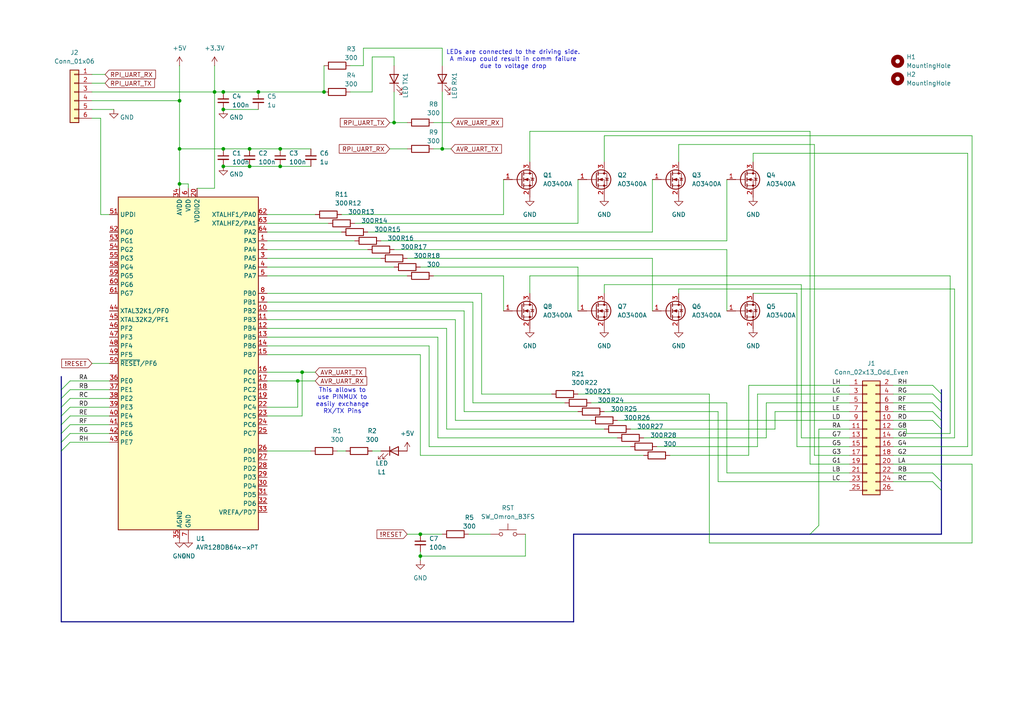
<source format=kicad_sch>
(kicad_sch (version 20231120) (generator "eeschema") (generator_version "8.0")
  (paper "A4")
  (lib_symbols
    (symbol "Connector_Generic:Conn_01x06" (pin_names (offset 1.016) hide)
      (property "Reference" "J" (at 0 7.62 0))
      (property "Value" "Conn_01x06" (at 0 -10.16 0))
      (symbol "Conn_01x06_1_1"
        (rectangle (start -1.27 -7.493) (end 0 -7.747) (stroke (width 0.1524)))
        (rectangle (start -1.27 -4.953) (end 0 -5.207) (stroke (width 0.1524)))
        (rectangle (start -1.27 -2.413) (end 0 -2.667) (stroke (width 0.1524)))
        (rectangle (start -1.27 0.127) (end 0 -0.127) (stroke (width 0.1524)))
        (rectangle (start -1.27 2.667) (end 0 2.413) (stroke (width 0.1524)))
        (rectangle (start -1.27 5.207) (end 0 4.953) (stroke (width 0.1524)))
        (rectangle (start -1.27 6.35) (end 1.27 -8.89) (stroke (width 0.254)) (fill (type background)))
        (pin passive line (at -5.08 5.08 0) (length 3.81) (name "Pin_1") (number "1"))
        (pin passive line (at -5.08 2.54 0) (length 3.81) (name "Pin_2") (number "2"))
        (pin passive line (at -5.08 0 0) (length 3.81) (name "Pin_3") (number "3"))
        (pin passive line (at -5.08 -2.54 0) (length 3.81) (name "Pin_4") (number "4"))
        (pin passive line (at -5.08 -5.08 0) (length 3.81) (name "Pin_5") (number "5"))
        (pin passive line (at -5.08 -7.62 0) (length 3.81) (name "Pin_6") (number "6"))
      )
    )
    (symbol "Connector_Generic:Conn_02x13_Odd_Even" (pin_names (offset 1.016) hide)
      (property "Reference" "J" (at 1.27 17.78 0))
      (property "Value" "Conn_02x13_Odd_Even" (at 1.27 -17.78 0))
      (symbol "Conn_02x13_Odd_Even_1_1"
        (rectangle (start -1.27 -15.113) (end 0 -15.367) (stroke (width 0.1524)))
        (rectangle (start -1.27 -12.573) (end 0 -12.827) (stroke (width 0.1524)))
        (rectangle (start -1.27 -10.033) (end 0 -10.287) (stroke (width 0.1524)))
        (rectangle (start -1.27 -7.493) (end 0 -7.747) (stroke (width 0.1524)))
        (rectangle (start -1.27 -4.953) (end 0 -5.207) (stroke (width 0.1524)))
        (rectangle (start -1.27 -2.413) (end 0 -2.667) (stroke (width 0.1524)))
        (rectangle (start -1.27 0.127) (end 0 -0.127) (stroke (width 0.1524)))
        (rectangle (start -1.27 2.667) (end 0 2.413) (stroke (width 0.1524)))
        (rectangle (start -1.27 5.207) (end 0 4.953) (stroke (width 0.1524)))
        (rectangle (start -1.27 7.747) (end 0 7.493) (stroke (width 0.1524)))
        (rectangle (start -1.27 10.287) (end 0 10.033) (stroke (width 0.1524)))
        (rectangle (start -1.27 12.827) (end 0 12.573) (stroke (width 0.1524)))
        (rectangle (start -1.27 15.367) (end 0 15.113) (stroke (width 0.1524)))
        (rectangle (start -1.27 16.51) (end 3.81 -16.51) (stroke (width 0.254)) (fill (type background)))
        (rectangle (start 3.81 -15.113) (end 2.54 -15.367) (stroke (width 0.1524)))
        (rectangle (start 3.81 -12.573) (end 2.54 -12.827) (stroke (width 0.1524)))
        (rectangle (start 3.81 -10.033) (end 2.54 -10.287) (stroke (width 0.1524)))
        (rectangle (start 3.81 -7.493) (end 2.54 -7.747) (stroke (width 0.1524)))
        (rectangle (start 3.81 -4.953) (end 2.54 -5.207) (stroke (width 0.1524)))
        (rectangle (start 3.81 -2.413) (end 2.54 -2.667) (stroke (width 0.1524)))
        (rectangle (start 3.81 0.127) (end 2.54 -0.127) (stroke (width 0.1524)))
        (rectangle (start 3.81 2.667) (end 2.54 2.413) (stroke (width 0.1524)))
        (rectangle (start 3.81 5.207) (end 2.54 4.953) (stroke (width 0.1524)))
        (rectangle (start 3.81 7.747) (end 2.54 7.493) (stroke (width 0.1524)))
        (rectangle (start 3.81 10.287) (end 2.54 10.033) (stroke (width 0.1524)))
        (rectangle (start 3.81 12.827) (end 2.54 12.573) (stroke (width 0.1524)))
        (rectangle (start 3.81 15.367) (end 2.54 15.113) (stroke (width 0.1524)))
        (pin passive line (at -5.08 15.24 0) (length 3.81) (name "Pin_1") (number "1"))
        (pin passive line (at 7.62 5.08 180) (length 3.81) (name "Pin_10") (number "10"))
        (pin passive line (at -5.08 2.54 0) (length 3.81) (name "Pin_11") (number "11"))
        (pin passive line (at 7.62 2.54 180) (length 3.81) (name "Pin_12") (number "12"))
        (pin passive line (at -5.08 0 0) (length 3.81) (name "Pin_13") (number "13"))
        (pin passive line (at 7.62 0 180) (length 3.81) (name "Pin_14") (number "14"))
        (pin passive line (at -5.08 -2.54 0) (length 3.81) (name "Pin_15") (number "15"))
        (pin passive line (at 7.62 -2.54 180) (length 3.81) (name "Pin_16") (number "16"))
        (pin passive line (at -5.08 -5.08 0) (length 3.81) (name "Pin_17") (number "17"))
        (pin passive line (at 7.62 -5.08 180) (length 3.81) (name "Pin_18") (number "18"))
        (pin passive line (at -5.08 -7.62 0) (length 3.81) (name "Pin_19") (number "19"))
        (pin passive line (at 7.62 15.24 180) (length 3.81) (name "Pin_2") (number "2"))
        (pin passive line (at 7.62 -7.62 180) (length 3.81) (name "Pin_20") (number "20"))
        (pin passive line (at -5.08 -10.16 0) (length 3.81) (name "Pin_21") (number "21"))
        (pin passive line (at 7.62 -10.16 180) (length 3.81) (name "Pin_22") (number "22"))
        (pin passive line (at -5.08 -12.7 0) (length 3.81) (name "Pin_23") (number "23"))
        (pin passive line (at 7.62 -12.7 180) (length 3.81) (name "Pin_24") (number "24"))
        (pin passive line (at -5.08 -15.24 0) (length 3.81) (name "Pin_25") (number "25"))
        (pin passive line (at 7.62 -15.24 180) (length 3.81) (name "Pin_26") (number "26"))
        (pin passive line (at -5.08 12.7 0) (length 3.81) (name "Pin_3") (number "3"))
        (pin passive line (at 7.62 12.7 180) (length 3.81) (name "Pin_4") (number "4"))
        (pin passive line (at -5.08 10.16 0) (length 3.81) (name "Pin_5") (number "5"))
        (pin passive line (at 7.62 10.16 180) (length 3.81) (name "Pin_6") (number "6"))
        (pin passive line (at -5.08 7.62 0) (length 3.81) (name "Pin_7") (number "7"))
        (pin passive line (at 7.62 7.62 180) (length 3.81) (name "Pin_8") (number "8"))
        (pin passive line (at -5.08 5.08 0) (length 3.81) (name "Pin_9") (number "9"))
      )
    )
    (symbol "Device:C_Small" (pin_numbers hide) (pin_names (offset 0.254) hide)
      (property "Reference" "C" (at 0.254 1.778 0))
      (property "Value" "C_Small" (at 0.254 -2.032 0))
      (symbol "C_Small_0_1"
        (polyline (pts (xy -1.524 -0.508) (xy 1.524 -0.508)) (stroke (width 0.3302)))
        (polyline (pts (xy -1.524 0.508) (xy 1.524 0.508)) (stroke (width 0.3048)))
      )
      (symbol "C_Small_1_1"
        (pin passive line (at 0 2.54 270) (length 2.032) (name "~") (number "1"))
        (pin passive line (at 0 -2.54 90) (length 2.032) (name "~") (number "2"))
      )
    )
    (symbol "Device:LED" (pin_numbers hide) (pin_names (offset 1.016) hide)
      (property "Reference" "D" (at 0 2.54 0))
      (property "Value" "LED" (at 0 -2.54 0))
      (symbol "LED_0_1"
        (polyline (pts (xy -1.27 -1.27) (xy -1.27 1.27)) (stroke (width 0.254)))
        (polyline (pts (xy -1.27 0) (xy 1.27 0)))
        (polyline (pts (xy 1.27 -1.27) (xy 1.27 1.27) (xy -1.27 0) (xy 1.27 -1.27)) (stroke (width 0.254)))
        (polyline (pts (xy -3.048 -0.762) (xy -4.572 -2.286) (xy -3.81 -2.286) (xy -4.572 -2.286) (xy -4.572 -1.524)))
        (polyline (pts (xy -1.778 -0.762) (xy -3.302 -2.286) (xy -2.54 -2.286) (xy -3.302 -2.286) (xy -3.302 -1.524)))
      )
      (symbol "LED_1_1"
        (pin passive line (at -3.81 0 0) (length 2.54) (name "K") (number "1"))
        (pin passive line (at 3.81 0 180) (length 2.54) (name "A") (number "2"))
      )
    )
    (symbol "Device:R" (pin_numbers hide) (pin_names (offset 0))
      (property "Reference" "R" (at 2.032 0 90))
      (property "Value" "R" (at 0 0 90))
      (symbol "R_0_1"
        (rectangle (start -1.016 -2.54) (end 1.016 2.54) (stroke (width 0.254)))
      )
      (symbol "R_1_1"
        (pin passive line (at 0 3.81 270) (length 1.27) (name "~") (number "1"))
        (pin passive line (at 0 -3.81 90) (length 1.27) (name "~") (number "2"))
      )
    )
    (symbol "MCU_Microchip_AVR_Dx:AVR128DB64x-xPT"
      (property "Reference" "U" (at -20.32 49.53 0))
      (property "Value" "AVR128DB64x-xPT" (at 5.08 -49.53 0))
      (symbol "AVR128DB64x-xPT_0_1"
        (rectangle (start -20.32 48.26) (end 20.32 -48.26) (stroke (width 0.254)) (fill (type background)))
      )
      (symbol "AVR128DB64x-xPT_1_1"
        (pin bidirectional line (at 22.86 35.56 180) (length 2.54) (name "PA3") (number "1"))
        (pin bidirectional line (at 22.86 15.24 180) (length 2.54) (name "PB2") (number "10"))
        (pin bidirectional line (at 22.86 12.7 180) (length 2.54) (name "PB3") (number "11"))
        (pin bidirectional line (at 22.86 10.16 180) (length 2.54) (name "PB4") (number "12"))
        (pin bidirectional line (at 22.86 7.62 180) (length 2.54) (name "PB5") (number "13"))
        (pin bidirectional line (at 22.86 5.08 180) (length 2.54) (name "PB6") (number "14"))
        (pin bidirectional line (at 22.86 2.54 180) (length 2.54) (name "PB7") (number "15"))
        (pin bidirectional line (at 22.86 -2.54 180) (length 2.54) (name "PC0") (number "16"))
        (pin bidirectional line (at 22.86 -5.08 180) (length 2.54) (name "PC1") (number "17"))
        (pin bidirectional line (at 22.86 -7.62 180) (length 2.54) (name "PC2") (number "18"))
        (pin bidirectional line (at 22.86 -10.16 180) (length 2.54) (name "PC3") (number "19"))
        (pin bidirectional line (at 22.86 33.02 180) (length 2.54) (name "PA4") (number "2"))
        (pin power_in line (at 2.54 50.8 270) (length 2.54) (name "VDDIO2") (number "20"))
        (pin passive line (at 0 -50.8 90) (length 2.54) hide (name "GND") (number "21"))
        (pin bidirectional line (at 22.86 -12.7 180) (length 2.54) (name "PC4") (number "22"))
        (pin bidirectional line (at 22.86 -15.24 180) (length 2.54) (name "PC5") (number "23"))
        (pin bidirectional line (at 22.86 -17.78 180) (length 2.54) (name "PC6") (number "24"))
        (pin bidirectional line (at 22.86 -20.32 180) (length 2.54) (name "PC7") (number "25"))
        (pin bidirectional line (at 22.86 -25.4 180) (length 2.54) (name "PD0") (number "26"))
        (pin bidirectional line (at 22.86 -27.94 180) (length 2.54) (name "PD1") (number "27"))
        (pin bidirectional line (at 22.86 -30.48 180) (length 2.54) (name "PD2") (number "28"))
        (pin bidirectional line (at 22.86 -33.02 180) (length 2.54) (name "PD3") (number "29"))
        (pin bidirectional line (at 22.86 30.48 180) (length 2.54) (name "PA5") (number "3"))
        (pin bidirectional line (at 22.86 -35.56 180) (length 2.54) (name "PD4") (number "30"))
        (pin bidirectional line (at 22.86 -38.1 180) (length 2.54) (name "PD5") (number "31"))
        (pin bidirectional line (at 22.86 -40.64 180) (length 2.54) (name "PD6") (number "32"))
        (pin bidirectional line (at 22.86 -43.18 180) (length 2.54) (name "VREFA/PD7") (number "33"))
        (pin power_in line (at -2.54 50.8 270) (length 2.54) (name "AVDD") (number "34"))
        (pin power_in line (at -2.54 -50.8 90) (length 2.54) (name "AGND") (number "35"))
        (pin bidirectional line (at -22.86 -5.08 0) (length 2.54) (name "PE0") (number "36"))
        (pin bidirectional line (at -22.86 -7.62 0) (length 2.54) (name "PE1") (number "37"))
        (pin bidirectional line (at -22.86 -10.16 0) (length 2.54) (name "PE2") (number "38"))
        (pin bidirectional line (at -22.86 -12.7 0) (length 2.54) (name "PE3") (number "39"))
        (pin bidirectional line (at 22.86 27.94 180) (length 2.54) (name "PA6") (number "4"))
        (pin bidirectional line (at -22.86 -15.24 0) (length 2.54) (name "PE4") (number "40"))
        (pin bidirectional line (at -22.86 -17.78 0) (length 2.54) (name "PE5") (number "41"))
        (pin bidirectional line (at -22.86 -20.32 0) (length 2.54) (name "PE6") (number "42"))
        (pin bidirectional line (at -22.86 -22.86 0) (length 2.54) (name "PE7") (number "43"))
        (pin bidirectional line (at -22.86 15.24 0) (length 2.54) (name "XTAL32K1/PF0") (number "44"))
        (pin bidirectional line (at -22.86 12.7 0) (length 2.54) (name "XTAL32K2/PF1") (number "45"))
        (pin bidirectional line (at -22.86 10.16 0) (length 2.54) (name "PF2") (number "46"))
        (pin bidirectional line (at -22.86 7.62 0) (length 2.54) (name "PF3") (number "47"))
        (pin bidirectional line (at -22.86 5.08 0) (length 2.54) (name "PF4") (number "48"))
        (pin bidirectional line (at -22.86 2.54 0) (length 2.54) (name "PF5") (number "49"))
        (pin bidirectional line (at 22.86 25.4 180) (length 2.54) (name "PA7") (number "5"))
        (pin bidirectional line (at -22.86 0 0) (length 2.54) (name "~{RESET}/PF6") (number "50"))
        (pin input line (at -22.86 43.18 0) (length 2.54) (name "UPDI") (number "51"))
        (pin bidirectional line (at -22.86 38.1 0) (length 2.54) (name "PG0") (number "52"))
        (pin bidirectional line (at -22.86 35.56 0) (length 2.54) (name "PG1") (number "53"))
        (pin bidirectional line (at -22.86 33.02 0) (length 2.54) (name "PG2") (number "54"))
        (pin bidirectional line (at -22.86 30.48 0) (length 2.54) (name "PG3") (number "55"))
        (pin passive line (at 0 50.8 270) (length 2.54) hide (name "VDD") (number "56"))
        (pin passive line (at 0 -50.8 90) (length 2.54) hide (name "GND") (number "57"))
        (pin bidirectional line (at -22.86 27.94 0) (length 2.54) (name "PG4") (number "58"))
        (pin bidirectional line (at -22.86 25.4 0) (length 2.54) (name "PG5") (number "59"))
        (pin power_in line (at 0 50.8 270) (length 2.54) (name "VDD") (number "6"))
        (pin bidirectional line (at -22.86 22.86 0) (length 2.54) (name "PG6") (number "60"))
        (pin bidirectional line (at -22.86 20.32 0) (length 2.54) (name "PG7") (number "61"))
        (pin bidirectional line (at 22.86 43.18 180) (length 2.54) (name "XTALHF1/PA0") (number "62"))
        (pin bidirectional line (at 22.86 40.64 180) (length 2.54) (name "XTALHF2/PA1") (number "63"))
        (pin bidirectional line (at 22.86 38.1 180) (length 2.54) (name "PA2") (number "64"))
        (pin power_in line (at 0 -50.8 90) (length 2.54) (name "GND") (number "7"))
        (pin bidirectional line (at 22.86 20.32 180) (length 2.54) (name "PB0") (number "8"))
        (pin bidirectional line (at 22.86 17.78 180) (length 2.54) (name "PB1") (number "9"))
      )
    )
    (symbol "Mechanical:MountingHole" (pin_names (offset 1.016)) (exclude_from_sim yes) (in_bom no)
      (property "Reference" "H" (at 0 5.08 0))
      (property "Value" "MountingHole" (at 0 3.175 0))
      (symbol "MountingHole_0_1"
        (circle (center 0 0) (radius 1.27) (stroke (width 1.27)))
      )
    )
    (symbol "Switch:SW_Omron_B3FS" (pin_numbers hide) (pin_names (offset 1.016) hide)
      (property "Reference" "SW" (at 1.27 2.54 0))
      (property "Value" "SW_Omron_B3FS" (at 0 -1.524 0))
      (symbol "SW_Omron_B3FS_0_1"
        (circle (center -2.032 0) (radius 0.508))
        (polyline (pts (xy 0 1.27) (xy 0 3.048)))
        (polyline (pts (xy 2.54 1.27) (xy -2.54 1.27)))
        (circle (center 2.032 0) (radius 0.508))
        (pin passive line (at -5.08 0 0) (length 2.54) (name "1") (number "1"))
        (pin passive line (at 5.08 0 180) (length 2.54) (name "2") (number "2"))
      )
    )
    (symbol "Transistor_FET:AO3400A" (pin_names hide)
      (property "Reference" "Q" (at 5.08 1.905 0))
      (property "Value" "AO3400A" (at 5.08 0 0))
      (symbol "AO3400A_0_1"
        (polyline (pts (xy 0.254 0) (xy -2.54 0)))
        (polyline (pts (xy 0.254 1.905) (xy 0.254 -1.905)) (stroke (width 0.254)))
        (polyline (pts (xy 0.762 -1.27) (xy 0.762 -2.286)) (stroke (width 0.254)))
        (polyline (pts (xy 0.762 0.508) (xy 0.762 -0.508)) (stroke (width 0.254)))
        (polyline (pts (xy 0.762 2.286) (xy 0.762 1.27)) (stroke (width 0.254)))
        (polyline (pts (xy 2.54 2.54) (xy 2.54 1.778)))
        (polyline (pts (xy 2.54 -2.54) (xy 2.54 0) (xy 0.762 0)))
        (polyline (pts (xy 0.762 -1.778) (xy 3.302 -1.778) (xy 3.302 1.778) (xy 0.762 1.778)))
        (polyline (pts (xy 1.016 0) (xy 2.032 0.381) (xy 2.032 -0.381) (xy 1.016 0)) (fill (type outline)))
        (polyline (pts (xy 2.794 0.508) (xy 2.921 0.381) (xy 3.683 0.381) (xy 3.81 0.254)))
        (polyline (pts (xy 3.302 0.381) (xy 2.921 -0.254) (xy 3.683 -0.254) (xy 3.302 0.381)))
        (circle (center 1.651 0) (radius 2.794) (stroke (width 0.254)))
        (circle (center 2.54 -1.778) (radius 0.254) (fill (type outline)))
        (circle (center 2.54 1.778) (radius 0.254) (fill (type outline)))
      )
      (symbol "AO3400A_1_1"
        (pin input line (at -5.08 0 0) (length 2.54) (name "G") (number "1"))
        (pin passive line (at 2.54 -5.08 90) (length 2.54) (name "S") (number "2"))
        (pin passive line (at 2.54 5.08 270) (length 2.54) (name "D") (number "3"))
      )
    )
    (symbol "power:+3.3V" (power) (pin_numbers hide) (pin_names (offset 0) hide)
      (property "Value" "+3.3V" (at 0 3.556 0))
      (symbol "+3.3V_0_1"
        (polyline (pts (xy -0.762 1.27) (xy 0 2.54)))
        (polyline (pts (xy 0 0) (xy 0 2.54)))
        (polyline (pts (xy 0 2.54) (xy 0.762 1.27)))
      )
      (symbol "+3.3V_1_1"
        (pin power_in line (at 0 0 90) (length 0) (name "~") (number "1"))
      )
    )
    (symbol "power:+5V" (power) (pin_numbers hide) (pin_names (offset 0) hide)
      (property "Value" "+5V" (at 0 3.556 0))
      (symbol "+5V_0_1"
        (polyline (pts (xy -0.762 1.27) (xy 0 2.54)))
        (polyline (pts (xy 0 0) (xy 0 2.54)))
        (polyline (pts (xy 0 2.54) (xy 0.762 1.27)))
      )
      (symbol "+5V_1_1"
        (pin power_in line (at 0 0 90) (length 0) (name "~") (number "1"))
      )
    )
    (symbol "power:GND" (power) (pin_numbers hide) (pin_names (offset 0) hide)
      (property "Value" "GND" (at 0 -3.81 0))
      (symbol "GND_0_1"
        (polyline (pts (xy 0 0) (xy 0 -1.27) (xy 1.27 -1.27) (xy 0 -2.54) (xy -1.27 -1.27) (xy 0 -1.27)))
      )
      (symbol "GND_1_1"
        (pin power_in line (at 0 0 270) (length 0) (name "~") (number "1"))
      )
    )
  )
  (junction (at 64.77 26.67))
  (junction (at 64.77 43.18))
  (junction (at 72.39 43.18))
  (junction (at 121.92 154.94))
  (junction (at 114.3 35.56))
  (junction (at 81.28 48.26))
  (junction (at 86.36 110.49))
  (junction (at 74.93 26.67))
  (junction (at 87.63 107.95))
  (junction (at 64.77 48.26))
  (junction (at 121.92 161.29))
  (junction (at 64.77 31.75))
  (junction (at 52.07 53.34))
  (junction (at 52.07 43.18))
  (junction (at 81.28 43.18))
  (junction (at 93.98 26.67))
  (junction (at 128.27 43.18))
  (junction (at 62.23 26.67))
  (junction (at 52.07 29.21))
  (junction (at 72.39 48.26))
  (bus_entry (at 270.51 121.92) (size 2.54 2.54))
  (bus_entry (at 270.51 119.38) (size 2.54 2.54))
  (bus_entry (at 17.78 113.03) (size 2.54 -2.54))
  (bus_entry (at 270.51 114.3) (size 2.54 2.54))
  (bus_entry (at 234.95 154.94) (size 2.54 -2.54))
  (bus_entry (at 17.78 115.57) (size 2.54 -2.54))
  (bus_entry (at 270.51 111.76) (size 2.54 2.54))
  (bus_entry (at 17.78 130.81) (size 2.54 -2.54))
  (bus_entry (at 17.78 125.73) (size 2.54 -2.54))
  (bus_entry (at 270.51 137.16) (size 2.54 2.54))
  (bus_entry (at 17.78 123.19) (size 2.54 -2.54))
  (bus_entry (at 17.78 120.65) (size 2.54 -2.54))
  (bus_entry (at 17.78 128.27) (size 2.54 -2.54))
  (bus_entry (at 17.78 118.11) (size 2.54 -2.54))
  (bus_entry (at 270.51 139.7) (size 2.54 2.54))
  (bus_entry (at 270.51 116.84) (size 2.54 2.54))
  (wire (pts (xy 77.47 62.23) (xy 91.44 62.23)))
  (wire (pts (xy 210.82 72.39) (xy 210.82 90.17)))
  (wire (pts (xy 210.82 137.16) (xy 246.38 137.16)))
  (wire (pts (xy 77.47 69.85) (xy 102.87 69.85)))
  (wire (pts (xy 105.41 13.97) (xy 128.27 13.97)))
  (wire (pts (xy 54.61 53.34) (xy 52.07 53.34)))
  (wire (pts (xy 121.92 161.29) (xy 121.92 160.02)))
  (wire (pts (xy 222.25 116.84) (xy 246.38 116.84)))
  (bus (pts (xy 166.37 154.94) (xy 166.37 180.34)))
  (bus (pts (xy 234.95 154.94) (xy 273.05 154.94)))
  (wire (pts (xy 210.82 116.84) (xy 210.82 137.16)))
  (bus (pts (xy 234.95 154.94) (xy 166.37 154.94)))
  (wire (pts (xy 52.07 19.05) (xy 52.07 29.21)))
  (wire (pts (xy 134.62 90.17) (xy 77.47 90.17)))
  (wire (pts (xy 81.28 48.26) (xy 90.17 48.26)))
  (bus (pts (xy 17.78 115.57) (xy 17.78 118.11)))
  (wire (pts (xy 219.71 129.54) (xy 190.5 129.54)))
  (wire (pts (xy 276.86 83.82) (xy 276.86 127)))
  (bus (pts (xy 17.78 113.03) (xy 17.78 115.57)))
  (wire (pts (xy 259.08 137.16) (xy 270.51 137.16)))
  (wire (pts (xy 101.6 19.05) (xy 105.41 19.05)))
  (wire (pts (xy 194.31 132.08) (xy 217.17 132.08)))
  (bus (pts (xy 273.05 142.24) (xy 273.05 154.94)))
  (wire (pts (xy 210.82 116.84) (xy 171.45 116.84)))
  (bus (pts (xy 273.05 121.92) (xy 273.05 124.46)))
  (wire (pts (xy 153.67 85.09) (xy 153.67 80.01)))
  (wire (pts (xy 139.7 85.09) (xy 77.47 85.09)))
  (wire (pts (xy 20.32 120.65) (xy 31.75 120.65)))
  (wire (pts (xy 281.94 157.48) (xy 205.74 157.48)))
  (wire (pts (xy 124.46 129.54) (xy 124.46 100.33)))
  (wire (pts (xy 121.92 132.08) (xy 186.69 132.08)))
  (wire (pts (xy 77.47 110.49) (xy 86.36 110.49)))
  (wire (pts (xy 222.25 127) (xy 186.69 127)))
  (wire (pts (xy 132.08 92.71) (xy 77.47 92.71)))
  (wire (pts (xy 86.36 110.49) (xy 86.36 118.11)))
  (wire (pts (xy 275.59 80.01) (xy 275.59 125.73)))
  (wire (pts (xy 224.79 119.38) (xy 246.38 119.38)))
  (wire (pts (xy 99.06 62.23) (xy 146.05 62.23)))
  (wire (pts (xy 77.47 64.77) (xy 95.25 64.77)))
  (wire (pts (xy 77.47 80.01) (xy 118.11 80.01)))
  (wire (pts (xy 90.17 43.18) (xy 81.28 43.18)))
  (wire (pts (xy 64.77 43.18) (xy 52.07 43.18)))
  (wire (pts (xy 139.7 114.3) (xy 160.02 114.3)))
  (wire (pts (xy 29.21 62.23) (xy 31.75 62.23)))
  (wire (pts (xy 52.07 54.61) (xy 52.07 53.34)))
  (wire (pts (xy 129.54 124.46) (xy 129.54 95.25)))
  (wire (pts (xy 236.22 41.91) (xy 236.22 132.08)))
  (wire (pts (xy 127 127) (xy 179.07 127)))
  (bus (pts (xy 17.78 128.27) (xy 17.78 130.81)))
  (bus (pts (xy 273.05 124.46) (xy 273.05 139.7)))
  (wire (pts (xy 153.67 38.1) (xy 234.95 38.1)))
  (bus (pts (xy 273.05 113.03) (xy 273.05 114.3)))
  (wire (pts (xy 77.47 118.11) (xy 86.36 118.11)))
  (wire (pts (xy 280.67 44.45) (xy 280.67 129.54)))
  (wire (pts (xy 232.41 127) (xy 246.38 127)))
  (wire (pts (xy 62.23 26.67) (xy 64.77 26.67)))
  (wire (pts (xy 110.49 69.85) (xy 210.82 69.85)))
  (wire (pts (xy 146.05 80.01) (xy 146.05 90.17)))
  (wire (pts (xy 72.39 43.18) (xy 64.77 43.18)))
  (wire (pts (xy 218.44 44.45) (xy 280.67 44.45)))
  (bus (pts (xy 273.05 116.84) (xy 273.05 119.38)))
  (wire (pts (xy 224.79 119.38) (xy 224.79 124.46)))
  (wire (pts (xy 93.98 19.05) (xy 93.98 26.67)))
  (wire (pts (xy 113.03 35.56) (xy 114.3 35.56)))
  (wire (pts (xy 175.26 46.99) (xy 175.26 39.37)))
  (bus (pts (xy 273.05 119.38) (xy 273.05 121.92)))
  (wire (pts (xy 77.47 72.39) (xy 106.68 72.39)))
  (wire (pts (xy 262.89 124.46) (xy 259.08 124.46)))
  (wire (pts (xy 125.73 35.56) (xy 130.81 35.56)))
  (wire (pts (xy 196.85 83.82) (xy 276.86 83.82)))
  (wire (pts (xy 196.85 46.99) (xy 196.85 41.91)))
  (wire (pts (xy 132.08 121.92) (xy 171.45 121.92)))
  (wire (pts (xy 189.23 74.93) (xy 189.23 90.17)))
  (wire (pts (xy 219.71 114.3) (xy 219.71 129.54)))
  (wire (pts (xy 275.59 125.73) (xy 262.89 125.73)))
  (wire (pts (xy 77.47 120.65) (xy 87.63 120.65)))
  (wire (pts (xy 232.41 82.55) (xy 232.41 127)))
  (wire (pts (xy 124.46 129.54) (xy 182.88 129.54)))
  (wire (pts (xy 26.67 24.13) (xy 30.48 24.13)))
  (wire (pts (xy 236.22 132.08) (xy 246.38 132.08)))
  (wire (pts (xy 167.64 64.77) (xy 167.64 52.07)))
  (wire (pts (xy 102.87 64.77) (xy 167.64 64.77)))
  (bus (pts (xy 17.78 130.81) (xy 17.78 180.34)))
  (wire (pts (xy 153.67 80.01) (xy 275.59 80.01)))
  (wire (pts (xy 118.11 74.93) (xy 189.23 74.93)))
  (wire (pts (xy 20.32 115.57) (xy 31.75 115.57)))
  (wire (pts (xy 121.92 162.56) (xy 121.92 161.29)))
  (wire (pts (xy 64.77 31.75) (xy 74.93 31.75)))
  (wire (pts (xy 20.32 110.49) (xy 31.75 110.49)))
  (wire (pts (xy 62.23 26.67) (xy 62.23 54.61)))
  (bus (pts (xy 273.05 114.3) (xy 273.05 116.84)))
  (wire (pts (xy 107.95 26.67) (xy 107.95 16.51)))
  (wire (pts (xy 20.32 118.11) (xy 31.75 118.11)))
  (wire (pts (xy 231.14 129.54) (xy 246.38 129.54)))
  (wire (pts (xy 52.07 29.21) (xy 52.07 43.18)))
  (wire (pts (xy 259.08 127) (xy 276.86 127)))
  (wire (pts (xy 259.08 139.7) (xy 270.51 139.7)))
  (wire (pts (xy 182.88 124.46) (xy 224.79 124.46)))
  (wire (pts (xy 74.93 26.67) (xy 93.98 26.67)))
  (wire (pts (xy 196.85 41.91) (xy 236.22 41.91)))
  (wire (pts (xy 175.26 82.55) (xy 175.26 85.09)))
  (wire (pts (xy 217.17 132.08) (xy 217.17 111.76)))
  (wire (pts (xy 210.82 69.85) (xy 210.82 52.07)))
  (wire (pts (xy 132.08 121.92) (xy 132.08 92.71)))
  (wire (pts (xy 152.4 161.29) (xy 121.92 161.29)))
  (wire (pts (xy 77.47 107.95) (xy 87.63 107.95)))
  (wire (pts (xy 259.08 116.84) (xy 270.51 116.84)))
  (wire (pts (xy 64.77 26.67) (xy 74.93 26.67)))
  (wire (pts (xy 259.08 111.76) (xy 270.51 111.76)))
  (wire (pts (xy 129.54 95.25) (xy 77.47 95.25)))
  (bus (pts (xy 17.78 120.65) (xy 17.78 123.19)))
  (wire (pts (xy 167.64 77.47) (xy 167.64 90.17)))
  (wire (pts (xy 152.4 154.94) (xy 152.4 161.29)))
  (wire (pts (xy 26.67 21.59) (xy 30.48 21.59)))
  (wire (pts (xy 87.63 120.65) (xy 87.63 107.95)))
  (wire (pts (xy 29.21 34.29) (xy 26.67 34.29)))
  (wire (pts (xy 134.62 119.38) (xy 167.64 119.38)))
  (wire (pts (xy 205.74 114.3) (xy 205.74 157.48)))
  (wire (pts (xy 54.61 53.34) (xy 54.61 54.61)))
  (wire (pts (xy 118.11 154.94) (xy 121.92 154.94)))
  (wire (pts (xy 127 97.79) (xy 77.47 97.79)))
  (wire (pts (xy 77.47 67.31) (xy 99.06 67.31)))
  (wire (pts (xy 281.94 134.62) (xy 281.94 157.48)))
  (wire (pts (xy 114.3 26.67) (xy 114.3 35.56)))
  (wire (pts (xy 72.39 48.26) (xy 81.28 48.26)))
  (wire (pts (xy 52.07 43.18) (xy 52.07 53.34)))
  (wire (pts (xy 107.95 16.51) (xy 114.3 16.51)))
  (wire (pts (xy 106.68 67.31) (xy 189.23 67.31)))
  (wire (pts (xy 208.28 119.38) (xy 175.26 119.38)))
  (wire (pts (xy 121.92 77.47) (xy 167.64 77.47)))
  (wire (pts (xy 222.25 116.84) (xy 222.25 127)))
  (wire (pts (xy 114.3 72.39) (xy 210.82 72.39)))
  (wire (pts (xy 114.3 16.51) (xy 114.3 19.05)))
  (wire (pts (xy 217.17 111.76) (xy 246.38 111.76)))
  (wire (pts (xy 146.05 62.23) (xy 146.05 52.07)))
  (wire (pts (xy 137.16 87.63) (xy 77.47 87.63)))
  (wire (pts (xy 208.28 139.7) (xy 246.38 139.7)))
  (wire (pts (xy 129.54 124.46) (xy 175.26 124.46)))
  (wire (pts (xy 20.32 125.73) (xy 31.75 125.73)))
  (wire (pts (xy 107.95 130.81) (xy 110.49 130.81)))
  (wire (pts (xy 81.28 43.18) (xy 72.39 43.18)))
  (wire (pts (xy 196.85 85.09) (xy 196.85 83.82)))
  (wire (pts (xy 237.49 124.46) (xy 246.38 124.46)))
  (wire (pts (xy 259.08 132.08) (xy 281.94 132.08)))
  (wire (pts (xy 127 127) (xy 127 97.79)))
  (wire (pts (xy 121.92 132.08) (xy 121.92 102.87)))
  (wire (pts (xy 62.23 54.61) (xy 57.15 54.61)))
  (wire (pts (xy 259.08 119.38) (xy 270.51 119.38)))
  (wire (pts (xy 86.36 110.49) (xy 91.44 110.49)))
  (wire (pts (xy 124.46 100.33) (xy 77.47 100.33)))
  (wire (pts (xy 125.73 80.01) (xy 146.05 80.01)))
  (wire (pts (xy 234.95 134.62) (xy 246.38 134.62)))
  (bus (pts (xy 17.78 109.22) (xy 17.78 113.03)))
  (wire (pts (xy 175.26 82.55) (xy 232.41 82.55)))
  (wire (pts (xy 262.89 125.73) (xy 262.89 124.46)))
  (bus (pts (xy 17.78 123.19) (xy 17.78 125.73)))
  (wire (pts (xy 234.95 38.1) (xy 234.95 134.62)))
  (wire (pts (xy 259.08 121.92) (xy 270.51 121.92)))
  (wire (pts (xy 20.32 113.03) (xy 31.75 113.03)))
  (wire (pts (xy 208.28 119.38) (xy 208.28 139.7)))
  (wire (pts (xy 77.47 74.93) (xy 110.49 74.93)))
  (wire (pts (xy 26.67 26.67) (xy 62.23 26.67)))
  (bus (pts (xy 17.78 125.73) (xy 17.78 128.27)))
  (wire (pts (xy 153.67 46.99) (xy 153.67 38.1)))
  (wire (pts (xy 175.26 39.37) (xy 281.94 39.37)))
  (wire (pts (xy 26.67 29.21) (xy 52.07 29.21)))
  (wire (pts (xy 280.67 129.54) (xy 259.08 129.54)))
  (wire (pts (xy 231.14 85.09) (xy 231.14 129.54)))
  (wire (pts (xy 259.08 134.62) (xy 281.94 134.62)))
  (wire (pts (xy 62.23 19.05) (xy 62.23 26.67)))
  (wire (pts (xy 205.74 114.3) (xy 167.64 114.3)))
  (bus (pts (xy 17.78 118.11) (xy 17.78 120.65)))
  (wire (pts (xy 26.67 31.75) (xy 33.02 31.75)))
  (bus (pts (xy 166.37 180.34) (xy 17.78 180.34)))
  (wire (pts (xy 128.27 43.18) (xy 130.81 43.18)))
  (wire (pts (xy 128.27 26.67) (xy 128.27 43.18)))
  (wire (pts (xy 237.49 124.46) (xy 237.49 152.4)))
  (wire (pts (xy 87.63 107.95) (xy 91.44 107.95)))
  (wire (pts (xy 97.79 130.81) (xy 100.33 130.81)))
  (wire (pts (xy 259.08 114.3) (xy 270.51 114.3)))
  (wire (pts (xy 135.89 154.94) (xy 142.24 154.94)))
  (wire (pts (xy 121.92 154.94) (xy 128.27 154.94)))
  (wire (pts (xy 20.32 123.19) (xy 31.75 123.19)))
  (wire (pts (xy 113.03 43.18) (xy 118.11 43.18)))
  (wire (pts (xy 125.73 43.18) (xy 128.27 43.18)))
  (wire (pts (xy 90.17 130.81) (xy 77.47 130.81)))
  (wire (pts (xy 189.23 67.31) (xy 189.23 52.07)))
  (wire (pts (xy 281.94 39.37) (xy 281.94 132.08)))
  (wire (pts (xy 121.92 102.87) (xy 77.47 102.87)))
  (wire (pts (xy 179.07 121.92) (xy 246.38 121.92)))
  (wire (pts (xy 77.47 77.47) (xy 114.3 77.47)))
  (wire (pts (xy 137.16 116.84) (xy 137.16 87.63)))
  (wire (pts (xy 139.7 114.3) (xy 139.7 85.09)))
  (wire (pts (xy 218.44 85.09) (xy 231.14 85.09)))
  (wire (pts (xy 137.16 116.84) (xy 163.83 116.84)))
  (wire (pts (xy 29.21 34.29) (xy 29.21 62.23)))
  (wire (pts (xy 219.71 114.3) (xy 246.38 114.3)))
  (wire (pts (xy 114.3 35.56) (xy 118.11 35.56)))
  (wire (pts (xy 64.77 48.26) (xy 72.39 48.26)))
  (wire (pts (xy 105.41 19.05) (xy 105.41 13.97)))
  (wire (pts (xy 20.32 128.27) (xy 31.75 128.27)))
  (wire (pts (xy 218.44 46.99) (xy 218.44 44.45)))
  (wire (pts (xy 128.27 13.97) (xy 128.27 19.05)))
  (wire (pts (xy 26.67 105.41) (xy 31.75 105.41)))
  (wire (pts (xy 134.62 119.38) (xy 134.62 90.17)))
  (bus (pts (xy 273.05 139.7) (xy 273.05 142.24)))
  (wire (pts (xy 101.6 26.67) (xy 107.95 26.67)))
  (text "This allows to\nuse PINMUX to\neasily exchange\nRX/TX Pins" (at 99.314 116.332 0) (effects (font (size 1.27 1.27))))
  (text "LEDs are connected to the driving side.\nA mixup could result in comm failure\ndue to voltage drop" (at 148.844 17.272 0) (effects (font (size 1.27 1.27))))
  (label "RG" (at 260.35 114.3 0))
  (label "RA" (at 241.3 124.46 0))
  (label "RA" (at 22.86 110.49 0))
  (label "G4" (at 260.35 129.54 0))
  (label "G5" (at 241.3 129.54 0))
  (label "G8" (at 260.35 124.46 0))
  (label "LA" (at 260.35 134.62 0))
  (label "RC" (at 22.86 115.57 0))
  (label "RD" (at 260.35 121.92 0))
  (label "LE" (at 241.3 119.38 0))
  (label "RE" (at 260.35 119.38 0))
  (label "LC" (at 241.3 139.7 0))
  (label "RB" (at 22.86 113.03 0))
  (label "G1" (at 241.3 134.62 0))
  (label "RC" (at 260.35 139.7 0))
  (label "RG" (at 22.86 125.73 0))
  (label "RF" (at 260.35 116.84 0))
  (label "RE" (at 22.86 120.65 0))
  (label "LH" (at 241.3 111.76 0))
  (label "RB" (at 260.35 137.16 0))
  (label "G2" (at 260.35 132.08 0))
  (label "RH" (at 260.35 111.76 0))
  (label "G3" (at 241.3 132.08 0))
  (label "RD" (at 22.86 118.11 0))
  (label "RF" (at 22.86 123.19 0))
  (label "RH" (at 22.86 128.27 0))
  (label "LB" (at 241.3 137.16 0))
  (label "G6" (at 260.35 127 0))
  (label "G7" (at 241.3 127 0))
  (label "LD" (at 241.3 121.92 0))
  (label "LF" (at 241.3 116.84 0))
  (label "LG" (at 241.3 114.3 0))
  (global_label "AVR_UART_TX" (shape input) (at 130.81 43.18 0) (property "Intersheetrefs" "${INTERSHEET_REFS}" (effects (hide yes))))
  (global_label "AVR_UART_TX" (shape input) (at 91.44 107.95 0) (property "Intersheetrefs" "${INTERSHEET_REFS}" (effects (hide yes))))
  (global_label "RPI_UART_TX" (shape input) (at 30.48 24.13 0) (property "Intersheetrefs" "${INTERSHEET_REFS}" (effects (hide yes))))
  (global_label "AVR_UART_RX" (shape input) (at 91.44 110.49 0) (property "Intersheetrefs" "${INTERSHEET_REFS}" (effects (hide yes))))
  (global_label "RPI_UART_RX" (shape input) (at 30.48 21.59 0) (property "Intersheetrefs" "${INTERSHEET_REFS}" (effects (hide yes))))
  (global_label "!RESET" (shape input) (at 26.67 105.41 180) (property "Intersheetrefs" "${INTERSHEET_REFS}" (effects (hide yes))))
  (global_label "RPI_UART_TX" (shape input) (at 113.03 35.56 180) (property "Intersheetrefs" "${INTERSHEET_REFS}" (effects (hide yes))))
  (global_label "RPI_UART_RX" (shape input) (at 113.03 43.18 180) (property "Intersheetrefs" "${INTERSHEET_REFS}" (effects (hide yes))))
  (global_label "AVR_UART_RX" (shape input) (at 130.81 35.56 0) (property "Intersheetrefs" "${INTERSHEET_REFS}" (effects (hide yes))))
  (global_label "!RESET" (shape input) (at 118.11 154.94 180) (property "Intersheetrefs" "${INTERSHEET_REFS}" (effects (hide yes))))
  (symbol (lib_id "Device:C_Small") (at 81.28 45.72 0) (unit 1)
    (property "Reference" "C3" (at 83.82 44.4562 0) (effects (justify left)))
    (property "Value" "100n" (at 83.82 46.9962 0) (effects (justify left)))
    (property "Footprint" "Capacitor_SMD:C_0603_1608Metric_Pad1.08x0.95mm_HandSolder" (effects (hide yes)))
    (property "Description" "Unpolarized capacitor, small symbol" (effects (hide yes)))
  )
  (symbol (lib_id "Device:R") (at 118.11 77.47 90) (unit 1)
    (property "Reference" "R17" (at 121.92 71.628 90))
    (property "Value" "300" (at 121.92 74.168 90))
    (property "Footprint" "Resistor_SMD:R_0603_1608Metric_Pad0.98x0.95mm_HandSolder" (effects (hide yes)))
    (property "Description" "Resistor" (effects (hide yes)))
  )
  (symbol (lib_id "Device:LED") (at 114.3 130.81 0) (unit 1)
    (property "Reference" "L1" (at 110.744 136.906 0))
    (property "Value" "LED" (at 110.744 134.366 0))
    (property "Footprint" "LED_SMD:LED_0603_1608Metric_Pad1.05x0.95mm_HandSolder" (effects (hide yes)))
    (property "Description" "Light emitting diode" (effects (hide yes)))
  )
  (symbol (lib_id "MCU_Microchip_AVR_Dx:AVR128DB64x-xPT") (at 54.61 105.41 0) (unit 1)
    (property "Reference" "U1" (at 56.8041 156.21 0) (effects (justify left)))
    (property "Value" "AVR128DB64x-xPT" (at 56.8041 158.75 0) (effects (justify left)))
    (property "Footprint" "Package_QFP:TQFP-64_10x10mm_P0.5mm" (effects (hide yes)))
    (property "Datasheet" "https://ww1.microchip.com/downloads/en/DeviceDoc/AVR128DB28-32-48-64-DataSheet-DS40002247A.pdf" (effects (hide yes)))
    (property "Description" "24MHz, 128kB Flash, 16kB SRAM, EEPROM with Op Amps and Multi-Voltage I/O, TQFP-64" (effects (hide yes)))
  )
  (symbol (lib_id "power:GND") (at 54.61 156.21 0) (unit 1)
    (property "Reference" "#PWR09" (effects (hide yes)))
    (property "Value" "GND" (at 54.61 161.29 0))
    (property "Description" "Power symbol creates a global label with name \"GND\" , ground" (effects (hide yes)))
  )
  (symbol (lib_id "Transistor_FET:AO3400A") (at 172.72 52.07 0) (unit 1)
    (property "Reference" "Q2" (at 179.07 50.7999 0) (effects (justify left)))
    (property "Value" "AO3400A" (at 179.07 53.3399 0) (effects (justify left)))
    (property "Footprint" "Package_TO_SOT_SMD:SOT-23" (effects (hide yes)))
    (property "Datasheet" "http://www.aosmd.com/pdfs/datasheet/AO3400A.pdf" (effects (hide yes)))
    (property "Description" "30V Vds, 5.7A Id, N-Channel MOSFET, SOT-23" (effects (hide yes)))
  )
  (symbol (lib_id "power:GND") (at 175.26 57.15 0) (unit 1)
    (property "Reference" "#PWR03" (effects (hide yes)))
    (property "Value" "GND" (at 175.26 62.23 0))
    (property "Description" "Power symbol creates a global label with name \"GND\" , ground" (effects (hide yes)))
  )
  (symbol (lib_id "Device:R") (at 93.98 130.81 90) (unit 1)
    (property "Reference" "R1" (at 97.79 124.968 90))
    (property "Value" "300" (at 97.79 127.508 90))
    (property "Footprint" "Resistor_SMD:R_0603_1608Metric_Pad0.98x0.95mm_HandSolder" (effects (hide yes)))
    (property "Description" "Resistor" (effects (hide yes)))
  )
  (symbol (lib_id "Transistor_FET:AO3400A") (at 215.9 52.07 0) (unit 1)
    (property "Reference" "Q4" (at 222.25 50.7999 0) (effects (justify left)))
    (property "Value" "AO3400A" (at 222.25 53.3399 0) (effects (justify left)))
    (property "Footprint" "Package_TO_SOT_SMD:SOT-23" (effects (hide yes)))
    (property "Datasheet" "http://www.aosmd.com/pdfs/datasheet/AO3400A.pdf" (effects (hide yes)))
    (property "Description" "30V Vds, 5.7A Id, N-Channel MOSFET, SOT-23" (effects (hide yes)))
  )
  (symbol (lib_id "Connector_Generic:Conn_02x13_Odd_Even") (at 251.46 127 0) (unit 1)
    (property "Reference" "J1" (at 252.73 105.41 0))
    (property "Value" "Conn_02x13_Odd_Even" (at 252.73 107.95 0))
    (property "Footprint" "Connector_PinHeader_2.54mm:PinHeader_2x13_P2.54mm_Vertical" (effects (hide yes)))
    (property "Description" "Generic connector, double row, 02x13, odd/even pin numbering scheme (row 1 odd numbers, row 2 even numbers), script generated (kicad-library-utils/schlib/autogen/connector/)" (effects (hide yes)))
  )
  (symbol (lib_id "power:GND") (at 64.77 31.75 0) (unit 1)
    (property "Reference" "#PWR013" (effects (hide yes)))
    (property "Value" "GND" (at 68.58 34.036 0))
    (property "Description" "Power symbol creates a global label with name \"GND\" , ground" (effects (hide yes)))
  )
  (symbol (lib_id "Device:C_Small") (at 121.92 157.48 0) (unit 1)
    (property "Reference" "C7" (at 124.46 156.2162 0) (effects (justify left)))
    (property "Value" "100n" (at 124.46 158.7562 0) (effects (justify left)))
    (property "Footprint" "Capacitor_SMD:C_0603_1608Metric_Pad1.08x0.95mm_HandSolder" (effects (hide yes)))
    (property "Description" "Unpolarized capacitor, small symbol" (effects (hide yes)))
  )
  (symbol (lib_id "Device:LED") (at 114.3 22.86 90) (unit 1)
    (property "Reference" "TX1" (at 117.602 22.86 0))
    (property "Value" "LED" (at 117.602 26.67 0))
    (property "Footprint" "LED_SMD:LED_0603_1608Metric_Pad1.05x0.95mm_HandSolder" (effects (hide yes)))
    (property "Description" "Light emitting diode" (effects (hide yes)))
  )
  (symbol (lib_id "Device:R") (at 97.79 26.67 90) (unit 1)
    (property "Reference" "R4" (at 101.854 21.844 90))
    (property "Value" "300" (at 101.854 24.384 90))
    (property "Footprint" "Resistor_SMD:R_0603_1608Metric_Pad0.98x0.95mm_HandSolder" (effects (hide yes)))
    (property "Description" "Resistor" (effects (hide yes)))
  )
  (symbol (lib_id "Device:C_Small") (at 64.77 29.21 0) (unit 1)
    (property "Reference" "C4" (at 67.31 27.9462 0) (effects (justify left)))
    (property "Value" "100n" (at 67.31 30.4862 0) (effects (justify left)))
    (property "Footprint" "Capacitor_SMD:C_0603_1608Metric_Pad1.08x0.95mm_HandSolder" (effects (hide yes)))
    (property "Description" "Unpolarized capacitor, small symbol" (effects (hide yes)))
  )
  (symbol (lib_id "Device:R") (at 104.14 130.81 90) (unit 1)
    (property "Reference" "R2" (at 107.95 124.968 90))
    (property "Value" "300" (at 107.95 127.508 90))
    (property "Footprint" "Resistor_SMD:R_0603_1608Metric_Pad0.98x0.95mm_HandSolder" (effects (hide yes)))
    (property "Description" "Resistor" (effects (hide yes)))
  )
  (symbol (lib_id "Transistor_FET:AO3400A") (at 172.72 90.17 0) (unit 1)
    (property "Reference" "Q7" (at 179.07 88.8999 0) (effects (justify left)))
    (property "Value" "AO3400A" (at 179.07 91.4399 0) (effects (justify left)))
    (property "Footprint" "Package_TO_SOT_SMD:SOT-23" (effects (hide yes)))
    (property "Datasheet" "http://www.aosmd.com/pdfs/datasheet/AO3400A.pdf" (effects (hide yes)))
    (property "Description" "30V Vds, 5.7A Id, N-Channel MOSFET, SOT-23" (effects (hide yes)))
  )
  (symbol (lib_id "Device:R") (at 132.08 154.94 90) (unit 1)
    (property "Reference" "R5" (at 136.144 150.114 90))
    (property "Value" "300" (at 136.144 152.654 90))
    (property "Footprint" "Resistor_SMD:R_0603_1608Metric_Pad0.98x0.95mm_HandSolder" (effects (hide yes)))
    (property "Description" "Resistor" (effects (hide yes)))
  )
  (symbol (lib_id "Device:R") (at 179.07 124.46 90) (unit 1)
    (property "Reference" "R25" (at 182.88 118.618 90))
    (property "Value" "300" (at 182.88 121.158 90))
    (property "Footprint" "Resistor_SMD:R_0603_1608Metric_Pad0.98x0.95mm_HandSolder" (effects (hide yes)))
    (property "Description" "Resistor" (effects (hide yes)))
  )
  (symbol (lib_id "power:GND") (at 121.92 162.56 0) (unit 1)
    (property "Reference" "#PWR017" (effects (hide yes)))
    (property "Value" "GND" (at 121.92 167.64 0))
    (property "Description" "Power symbol creates a global label with name \"GND\" , ground" (effects (hide yes)))
  )
  (symbol (lib_id "Device:R") (at 167.64 116.84 90) (unit 1)
    (property "Reference" "R22" (at 171.45 110.998 90))
    (property "Value" "300" (at 171.45 113.538 90))
    (property "Footprint" "Resistor_SMD:R_0603_1608Metric_Pad0.98x0.95mm_HandSolder" (effects (hide yes)))
    (property "Description" "Resistor" (effects (hide yes)))
  )
  (symbol (lib_id "Device:R") (at 110.49 72.39 90) (unit 1)
    (property "Reference" "R15" (at 114.3 66.548 90))
    (property "Value" "300" (at 114.3 69.088 90))
    (property "Footprint" "Resistor_SMD:R_0603_1608Metric_Pad0.98x0.95mm_HandSolder" (effects (hide yes)))
    (property "Description" "Resistor" (effects (hide yes)))
  )
  (symbol (lib_id "power:GND") (at 64.77 48.26 0) (unit 1)
    (property "Reference" "#PWR014" (effects (hide yes)))
    (property "Value" "GND" (at 68.58 50.546 0))
    (property "Description" "Power symbol creates a global label with name \"GND\" , ground" (effects (hide yes)))
  )
  (symbol (lib_id "Device:R") (at 95.25 62.23 90) (unit 1)
    (property "Reference" "R11" (at 99.06 56.388 90))
    (property "Value" "300" (at 99.06 58.928 90))
    (property "Footprint" "Resistor_SMD:R_0603_1608Metric_Pad0.98x0.95mm_HandSolder" (effects (hide yes)))
    (property "Description" "Resistor" (effects (hide yes)))
  )
  (symbol (lib_id "Device:R") (at 99.06 64.77 90) (unit 1)
    (property "Reference" "R12" (at 102.87 58.928 90))
    (property "Value" "300" (at 102.87 61.468 90))
    (property "Footprint" "Resistor_SMD:R_0603_1608Metric_Pad0.98x0.95mm_HandSolder" (effects (hide yes)))
    (property "Description" "Resistor" (effects (hide yes)))
  )
  (symbol (lib_id "Mechanical:MountingHole") (at 260.35 17.78 0) (unit 1) (exclude_from_sim yes) (in_bom no)
    (property "Reference" "H1" (at 262.89 16.5099 0) (effects (justify left)))
    (property "Value" "MountingHole" (at 262.89 19.0499 0) (effects (justify left)))
    (property "Footprint" "MountingHole:MountingHole_3.2mm_M3_DIN965" (effects (hide yes)))
    (property "Description" "Mounting Hole without connection" (effects (hide yes)))
  )
  (symbol (lib_id "Device:C_Small") (at 90.17 45.72 0) (unit 1)
    (property "Reference" "C6" (at 92.71 44.4562 0) (effects (justify left)))
    (property "Value" "1u" (at 92.71 46.9962 0) (effects (justify left)))
    (property "Footprint" "Capacitor_SMD:C_0603_1608Metric_Pad1.08x0.95mm_HandSolder" (effects (hide yes)))
    (property "Description" "Unpolarized capacitor, small symbol" (effects (hide yes)))
  )
  (symbol (lib_id "Mechanical:MountingHole") (at 260.35 22.86 0) (unit 1) (exclude_from_sim yes) (in_bom no)
    (property "Reference" "H2" (at 262.89 21.5899 0) (effects (justify left)))
    (property "Value" "MountingHole" (at 262.89 24.1299 0) (effects (justify left)))
    (property "Footprint" "MountingHole:MountingHole_3.2mm_M3_DIN965" (effects (hide yes)))
    (property "Description" "Mounting Hole without connection" (effects (hide yes)))
  )
  (symbol (lib_id "Device:R") (at 121.92 35.56 90) (unit 1)
    (property "Reference" "R8" (at 125.73 30.226 90))
    (property "Value" "300" (at 125.73 32.766 90))
    (property "Footprint" "Resistor_SMD:R_0603_1608Metric_Pad0.98x0.95mm_HandSolder" (effects (hide yes)))
    (property "Description" "Resistor" (effects (hide yes)))
  )
  (symbol (lib_id "Device:R") (at 114.3 74.93 90) (unit 1)
    (property "Reference" "R16" (at 118.11 69.088 90))
    (property "Value" "300" (at 118.11 71.628 90))
    (property "Footprint" "Resistor_SMD:R_0603_1608Metric_Pad0.98x0.95mm_HandSolder" (effects (hide yes)))
    (property "Description" "Resistor" (effects (hide yes)))
  )
  (symbol (lib_id "Device:R") (at 121.92 80.01 90) (unit 1)
    (property "Reference" "R18" (at 125.73 74.168 90))
    (property "Value" "300" (at 125.73 76.708 90))
    (property "Footprint" "Resistor_SMD:R_0603_1608Metric_Pad0.98x0.95mm_HandSolder" (effects (hide yes)))
    (property "Description" "Resistor" (effects (hide yes)))
  )
  (symbol (lib_id "power:+5V") (at 118.11 130.81 0) (unit 1)
    (property "Reference" "#PWR015" (effects (hide yes)))
    (property "Value" "+5V" (at 118.11 125.73 0))
    (property "Description" "Power symbol creates a global label with name \"+5V\"" (effects (hide yes)))
  )
  (symbol (lib_id "power:GND") (at 218.44 57.15 0) (unit 1)
    (property "Reference" "#PWR07" (effects (hide yes)))
    (property "Value" "GND" (at 218.44 62.23 0))
    (property "Description" "Power symbol creates a global label with name \"GND\" , ground" (effects (hide yes)))
  )
  (symbol (lib_id "power:GND") (at 33.02 31.75 0) (unit 1)
    (property "Reference" "#PWR016" (effects (hide yes)))
    (property "Value" "GND" (at 36.83 34.036 0))
    (property "Description" "Power symbol creates a global label with name \"GND\" , ground" (effects (hide yes)))
  )
  (symbol (lib_id "Device:R") (at 175.26 121.92 90) (unit 1)
    (property "Reference" "R24" (at 179.07 116.078 90))
    (property "Value" "300" (at 179.07 118.618 90))
    (property "Footprint" "Resistor_SMD:R_0603_1608Metric_Pad0.98x0.95mm_HandSolder" (effects (hide yes)))
    (property "Description" "Resistor" (effects (hide yes)))
  )
  (symbol (lib_id "power:GND") (at 153.67 95.25 0) (unit 1)
    (property "Reference" "#PWR02" (effects (hide yes)))
    (property "Value" "GND" (at 153.67 100.33 0))
    (property "Description" "Power symbol creates a global label with name \"GND\" , ground" (effects (hide yes)))
  )
  (symbol (lib_id "Device:R") (at 102.87 67.31 90) (unit 1)
    (property "Reference" "R13" (at 106.68 61.468 90))
    (property "Value" "300" (at 106.68 64.008 90))
    (property "Footprint" "Resistor_SMD:R_0603_1608Metric_Pad0.98x0.95mm_HandSolder" (effects (hide yes)))
    (property "Description" "Resistor" (effects (hide yes)))
  )
  (symbol (lib_id "Device:R") (at 106.68 69.85 90) (unit 1)
    (property "Reference" "R14" (at 110.49 64.008 90))
    (property "Value" "300" (at 110.49 66.548 90))
    (property "Footprint" "Resistor_SMD:R_0603_1608Metric_Pad0.98x0.95mm_HandSolder" (effects (hide yes)))
    (property "Description" "Resistor" (effects (hide yes)))
  )
  (symbol (lib_id "Device:R") (at 186.69 129.54 90) (unit 1)
    (property "Reference" "R27" (at 190.5 123.698 90))
    (property "Value" "300" (at 190.5 126.238 90))
    (property "Footprint" "Resistor_SMD:R_0603_1608Metric_Pad0.98x0.95mm_HandSolder" (effects (hide yes)))
    (property "Description" "Resistor" (effects (hide yes)))
  )
  (symbol (lib_id "Transistor_FET:AO3400A") (at 194.31 90.17 0) (unit 1)
    (property "Reference" "Q6" (at 200.66 88.8999 0) (effects (justify left)))
    (property "Value" "AO3400A" (at 200.66 91.4399 0) (effects (justify left)))
    (property "Footprint" "Package_TO_SOT_SMD:SOT-23" (effects (hide yes)))
    (property "Datasheet" "http://www.aosmd.com/pdfs/datasheet/AO3400A.pdf" (effects (hide yes)))
    (property "Description" "30V Vds, 5.7A Id, N-Channel MOSFET, SOT-23" (effects (hide yes)))
  )
  (symbol (lib_id "Connector_Generic:Conn_01x06") (at 21.59 26.67 0) (mirror y) (unit 1)
    (property "Reference" "J2" (at 21.59 15.24 0))
    (property "Value" "Conn_01x06" (at 21.59 17.78 0))
    (property "Footprint" "Connector_PinSocket_2.54mm:PinSocket_1x06_P2.54mm_Vertical" (effects (hide yes)))
    (property "Description" "Generic connector, single row, 01x06, script generated (kicad-library-utils/schlib/autogen/connector/)" (effects (hide yes)))
  )
  (symbol (lib_id "power:GND") (at 52.07 156.21 0) (unit 1)
    (property "Reference" "#PWR012" (effects (hide yes)))
    (property "Value" "GND" (at 52.07 161.29 0))
    (property "Description" "Power symbol creates a global label with name \"GND\" , ground" (effects (hide yes)))
  )
  (symbol (lib_id "power:+5V") (at 52.07 19.05 0) (unit 1)
    (property "Reference" "#PWR011" (effects (hide yes)))
    (property "Value" "+5V" (at 52.07 13.97 0))
    (property "Description" "Power symbol creates a global label with name \"+5V\"" (effects (hide yes)))
  )
  (symbol (lib_id "Switch:SW_Omron_B3FS") (at 147.32 154.94 0) (unit 1)
    (property "Reference" "RST" (at 147.32 147.32 0))
    (property "Value" "SW_Omron_B3FS" (at 147.32 149.86 0))
    (property "Footprint" "Button_Switch_SMD:SW_SPST_Omron_B3FS-100xP" (effects (hide yes)))
    (property "Datasheet" "https://omronfs.omron.com/en_US/ecb/products/pdf/en-b3fs.pdf" (effects (hide yes)))
    (property "Description" "Omron B3FS 6x6mm single pole normally-open tactile switch" (effects (hide yes)))
  )
  (symbol (lib_id "Transistor_FET:AO3400A") (at 215.9 90.17 0) (unit 1)
    (property "Reference" "Q5" (at 222.25 88.8999 0) (effects (justify left)))
    (property "Value" "AO3400A" (at 222.25 91.4399 0) (effects (justify left)))
    (property "Footprint" "Package_TO_SOT_SMD:SOT-23" (effects (hide yes)))
    (property "Datasheet" "http://www.aosmd.com/pdfs/datasheet/AO3400A.pdf" (effects (hide yes)))
    (property "Description" "30V Vds, 5.7A Id, N-Channel MOSFET, SOT-23" (effects (hide yes)))
  )
  (symbol (lib_id "Device:R") (at 163.83 114.3 90) (unit 1)
    (property "Reference" "R21" (at 167.64 108.458 90))
    (property "Value" "300" (at 167.64 110.998 90))
    (property "Footprint" "Resistor_SMD:R_0603_1608Metric_Pad0.98x0.95mm_HandSolder" (effects (hide yes)))
    (property "Description" "Resistor" (effects (hide yes)))
  )
  (symbol (lib_id "power:GND") (at 196.85 95.25 0) (unit 1)
    (property "Reference" "#PWR06" (effects (hide yes)))
    (property "Value" "GND" (at 196.85 100.33 0))
    (property "Description" "Power symbol creates a global label with name \"GND\" , ground" (effects (hide yes)))
  )
  (symbol (lib_id "power:GND") (at 153.67 57.15 0) (unit 1)
    (property "Reference" "#PWR01" (effects (hide yes)))
    (property "Value" "GND" (at 153.67 62.23 0))
    (property "Description" "Power symbol creates a global label with name \"GND\" , ground" (effects (hide yes)))
  )
  (symbol (lib_id "Device:C_Small") (at 64.77 45.72 0) (unit 1)
    (property "Reference" "C1" (at 67.31 44.4562 0) (effects (justify left)))
    (property "Value" "100n" (at 67.31 46.9962 0) (effects (justify left)))
    (property "Footprint" "Capacitor_SMD:C_0603_1608Metric_Pad1.08x0.95mm_HandSolder" (effects (hide yes)))
    (property "Description" "Unpolarized capacitor, small symbol" (effects (hide yes)))
  )
  (symbol (lib_id "Transistor_FET:AO3400A") (at 151.13 52.07 0) (unit 1)
    (property "Reference" "Q1" (at 157.48 50.7999 0) (effects (justify left)))
    (property "Value" "AO3400A" (at 157.48 53.3399 0) (effects (justify left)))
    (property "Footprint" "Package_TO_SOT_SMD:SOT-23" (effects (hide yes)))
    (property "Datasheet" "http://www.aosmd.com/pdfs/datasheet/AO3400A.pdf" (effects (hide yes)))
    (property "Description" "30V Vds, 5.7A Id, N-Channel MOSFET, SOT-23" (effects (hide yes)))
  )
  (symbol (lib_id "Transistor_FET:AO3400A") (at 194.31 52.07 0) (unit 1)
    (property "Reference" "Q3" (at 200.66 50.7999 0) (effects (justify left)))
    (property "Value" "AO3400A" (at 200.66 53.3399 0) (effects (justify left)))
    (property "Footprint" "Package_TO_SOT_SMD:SOT-23" (effects (hide yes)))
    (property "Datasheet" "http://www.aosmd.com/pdfs/datasheet/AO3400A.pdf" (effects (hide yes)))
    (property "Description" "30V Vds, 5.7A Id, N-Channel MOSFET, SOT-23" (effects (hide yes)))
  )
  (symbol (lib_id "Device:R") (at 121.92 43.18 90) (unit 1)
    (property "Reference" "R9" (at 125.73 38.354 90))
    (property "Value" "300" (at 125.73 40.894 90))
    (property "Footprint" "Resistor_SMD:R_0603_1608Metric_Pad0.98x0.95mm_HandSolder" (effects (hide yes)))
    (property "Description" "Resistor" (effects (hide yes)))
  )
  (symbol (lib_id "power:GND") (at 196.85 57.15 0) (unit 1)
    (property "Reference" "#PWR05" (effects (hide yes)))
    (property "Value" "GND" (at 196.85 62.23 0))
    (property "Description" "Power symbol creates a global label with name \"GND\" , ground" (effects (hide yes)))
  )
  (symbol (lib_id "Device:R") (at 190.5 132.08 90) (unit 1)
    (property "Reference" "R28" (at 194.31 126.238 90))
    (property "Value" "300" (at 194.31 128.778 90))
    (property "Footprint" "Resistor_SMD:R_0603_1608Metric_Pad0.98x0.95mm_HandSolder" (effects (hide yes)))
    (property "Description" "Resistor" (effects (hide yes)))
  )
  (symbol (lib_id "Device:R") (at 97.79 19.05 90) (unit 1)
    (property "Reference" "R3" (at 101.854 14.224 90))
    (property "Value" "300" (at 101.854 16.764 90))
    (property "Footprint" "Resistor_SMD:R_0603_1608Metric_Pad0.98x0.95mm_HandSolder" (effects (hide yes)))
    (property "Description" "Resistor" (effects (hide yes)))
  )
  (symbol (lib_id "Transistor_FET:AO3400A") (at 151.13 90.17 0) (unit 1)
    (property "Reference" "Q8" (at 157.48 88.8999 0) (effects (justify left)))
    (property "Value" "AO3400A" (at 157.48 91.4399 0) (effects (justify left)))
    (property "Footprint" "Package_TO_SOT_SMD:SOT-23" (effects (hide yes)))
    (property "Datasheet" "http://www.aosmd.com/pdfs/datasheet/AO3400A.pdf" (effects (hide yes)))
    (property "Description" "30V Vds, 5.7A Id, N-Channel MOSFET, SOT-23" (effects (hide yes)))
  )
  (symbol (lib_id "Device:C_Small") (at 72.39 45.72 0) (unit 1)
    (property "Reference" "C2" (at 74.93 44.4562 0) (effects (justify left)))
    (property "Value" "100n" (at 74.93 46.9962 0) (effects (justify left)))
    (property "Footprint" "Capacitor_SMD:C_0603_1608Metric_Pad1.08x0.95mm_HandSolder" (effects (hide yes)))
    (property "Description" "Unpolarized capacitor, small symbol" (effects (hide yes)))
  )
  (symbol (lib_id "power:+3.3V") (at 62.23 19.05 0) (unit 1)
    (property "Reference" "#PWR010" (effects (hide yes)))
    (property "Value" "+3.3V" (at 62.23 13.97 0))
    (property "Description" "Power symbol creates a global label with name \"+3.3V\"" (effects (hide yes)))
  )
  (symbol (lib_id "Device:R") (at 171.45 119.38 90) (unit 1)
    (property "Reference" "R23" (at 175.26 113.538 90))
    (property "Value" "300" (at 175.26 116.078 90))
    (property "Footprint" "Resistor_SMD:R_0603_1608Metric_Pad0.98x0.95mm_HandSolder" (effects (hide yes)))
    (property "Description" "Resistor" (effects (hide yes)))
  )
  (symbol (lib_id "Device:R") (at 182.88 127 90) (unit 1)
    (property "Reference" "R26" (at 186.69 121.158 90))
    (property "Value" "300" (at 186.69 123.698 90))
    (property "Footprint" "Resistor_SMD:R_0603_1608Metric_Pad0.98x0.95mm_HandSolder" (effects (hide yes)))
    (property "Description" "Resistor" (effects (hide yes)))
  )
  (symbol (lib_id "power:GND") (at 175.26 95.25 0) (unit 1)
    (property "Reference" "#PWR04" (effects (hide yes)))
    (property "Value" "GND" (at 175.26 100.33 0))
    (property "Description" "Power symbol creates a global label with name \"GND\" , ground" (effects (hide yes)))
  )
  (symbol (lib_id "power:GND") (at 218.44 95.25 0) (unit 1)
    (property "Reference" "#PWR08" (effects (hide yes)))
    (property "Value" "GND" (at 218.44 100.33 0))
    (property "Description" "Power symbol creates a global label with name \"GND\" , ground" (effects (hide yes)))
  )
  (symbol (lib_id "Device:LED") (at 128.27 22.86 90) (unit 1)
    (property "Reference" "RX1" (at 131.826 22.86 0))
    (property "Value" "LED" (at 131.826 26.924 0))
    (property "Footprint" "LED_SMD:LED_0603_1608Metric_Pad1.05x0.95mm_HandSolder" (effects (hide yes)))
    (property "Description" "Light emitting diode" (effects (hide yes)))
  )
  (symbol (lib_id "Device:C_Small") (at 74.93 29.21 0) (unit 1)
    (property "Reference" "C5" (at 77.47 27.9462 0) (effects (justify left)))
    (property "Value" "1u" (at 77.47 30.4862 0) (effects (justify left)))
    (property "Footprint" "Capacitor_SMD:C_0603_1608Metric_Pad1.08x0.95mm_HandSolder" (effects (hide yes)))
    (property "Description" "Unpolarized capacitor, small symbol" (effects (hide yes)))
  )
)
</source>
